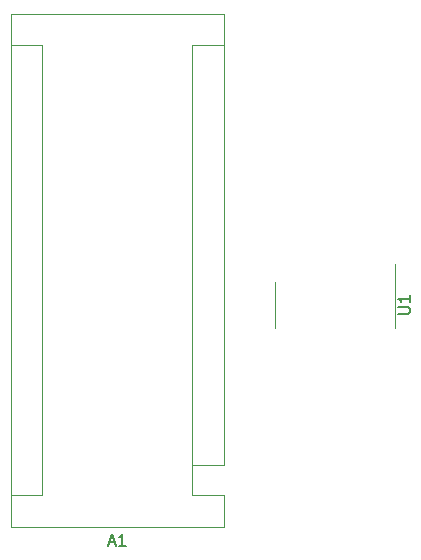
<source format=gbr>
%TF.GenerationSoftware,KiCad,Pcbnew,(6.0.7)*%
%TF.CreationDate,2022-11-13T19:08:48-05:00*%
%TF.ProjectId,single_layer_prototype,73696e67-6c65-45f6-9c61-7965725f7072,rev?*%
%TF.SameCoordinates,Original*%
%TF.FileFunction,Legend,Top*%
%TF.FilePolarity,Positive*%
%FSLAX46Y46*%
G04 Gerber Fmt 4.6, Leading zero omitted, Abs format (unit mm)*
G04 Created by KiCad (PCBNEW (6.0.7)) date 2022-11-13 19:08:48*
%MOMM*%
%LPD*%
G01*
G04 APERTURE LIST*
%ADD10C,0.150000*%
%ADD11C,0.120000*%
G04 APERTURE END LIST*
D10*
%TO.C,U1*%
X115334380Y-102107904D02*
X116143904Y-102107904D01*
X116239142Y-102060285D01*
X116286761Y-102012666D01*
X116334380Y-101917428D01*
X116334380Y-101726952D01*
X116286761Y-101631714D01*
X116239142Y-101584095D01*
X116143904Y-101536476D01*
X115334380Y-101536476D01*
X116334380Y-100536476D02*
X116334380Y-101107904D01*
X116334380Y-100822190D02*
X115334380Y-100822190D01*
X115477238Y-100917428D01*
X115572476Y-101012666D01*
X115620095Y-101107904D01*
%TO.C,A1*%
X90842714Y-121451666D02*
X91318904Y-121451666D01*
X90747476Y-121737380D02*
X91080809Y-120737380D01*
X91414142Y-121737380D01*
X92271285Y-121737380D02*
X91699857Y-121737380D01*
X91985571Y-121737380D02*
X91985571Y-120737380D01*
X91890333Y-120880238D01*
X91795095Y-120975476D01*
X91699857Y-121023095D01*
D11*
%TO.C,U1*%
X115042000Y-101346000D02*
X115042000Y-97896000D01*
X104922000Y-101346000D02*
X104922000Y-103296000D01*
X115042000Y-101346000D02*
X115042000Y-103296000D01*
X104922000Y-101346000D02*
X104922000Y-99396000D01*
%TO.C,A1*%
X97907000Y-117475000D02*
X100577000Y-117475000D01*
X82537000Y-76705000D02*
X82537000Y-120145000D01*
X100577000Y-114935000D02*
X100577000Y-76705000D01*
X97907000Y-79375000D02*
X100577000Y-79375000D01*
X85207000Y-117475000D02*
X85207000Y-79375000D01*
X97907000Y-114935000D02*
X97907000Y-117475000D01*
X85207000Y-79375000D02*
X82537000Y-79375000D01*
X85207000Y-117475000D02*
X82537000Y-117475000D01*
X97907000Y-114935000D02*
X100577000Y-114935000D01*
X82537000Y-120145000D02*
X100577000Y-120145000D01*
X100577000Y-76705000D02*
X82537000Y-76705000D01*
X100577000Y-120145000D02*
X100577000Y-117475000D01*
X97907000Y-114935000D02*
X97907000Y-79375000D01*
%TD*%
M02*

</source>
